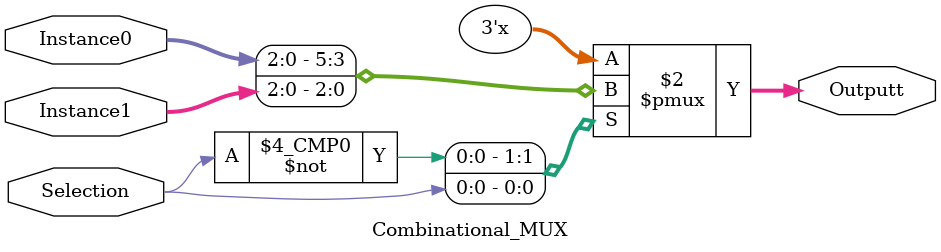
<source format=sv>
module Combinational_MUX
  #(parameter COO_EDGES = 6,
    parameter COO_BW = $clog2(COO_EDGES))
(
    input logic Selection,
    input logic [COO_BW-1:0] Instance0,
    input logic [COO_BW-1:0] Instance1,

    output logic [COO_BW-1:0] Outputt
);
  always_comb begin 
    case ( Selection )
      0 : Outputt = Instance0;
      1 : Outputt = Instance1;
  endcase
  end

endmodule

</source>
